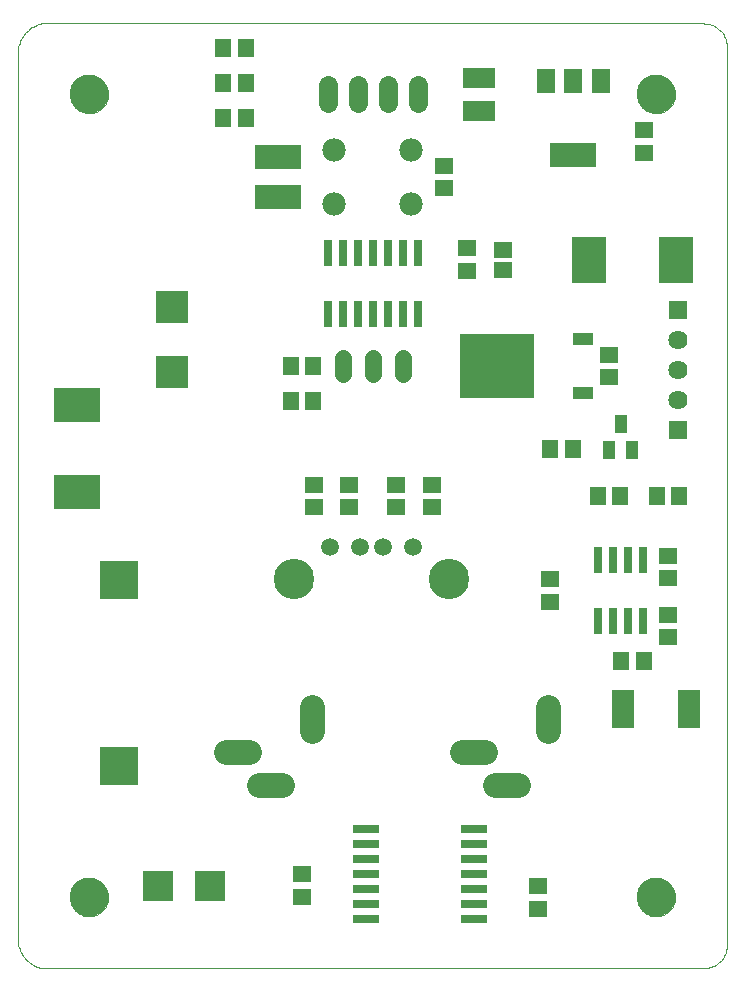
<source format=gts>
G75*
G70*
%OFA0B0*%
%FSLAX24Y24*%
%IPPOS*%
%LPD*%
%AMOC8*
5,1,8,0,0,1.08239X$1,22.5*
%
%ADD10C,0.0000*%
%ADD11C,0.0827*%
%ADD12C,0.1346*%
%ADD13C,0.0594*%
%ADD14C,0.0560*%
%ADD15R,0.0640X0.0640*%
%ADD16C,0.0640*%
%ADD17C,0.1300*%
%ADD18R,0.1103X0.1103*%
%ADD19R,0.0631X0.0552*%
%ADD20R,0.0552X0.0631*%
%ADD21C,0.0780*%
%ADD22R,0.1540X0.0800*%
%ADD23R,0.0276X0.0906*%
%ADD24R,0.0906X0.0276*%
%ADD25R,0.1300X0.1300*%
%ADD26R,0.2481X0.2166*%
%ADD27R,0.0670X0.0434*%
%ADD28R,0.0434X0.0591*%
%ADD29R,0.0749X0.1300*%
%ADD30C,0.0640*%
%ADD31R,0.0631X0.0827*%
%ADD32R,0.1536X0.0827*%
%ADD33R,0.1142X0.1536*%
%ADD34R,0.1536X0.1142*%
%ADD35R,0.1103X0.0670*%
%ADD36R,0.0985X0.0985*%
D10*
X015719Y008027D02*
X015719Y037160D01*
X015718Y037160D02*
X015708Y037220D01*
X015702Y037280D01*
X015699Y037341D01*
X015700Y037401D01*
X015704Y037462D01*
X015713Y037522D01*
X015724Y037581D01*
X015740Y037640D01*
X015759Y037698D01*
X015781Y037754D01*
X015807Y037809D01*
X015836Y037862D01*
X015868Y037914D01*
X015903Y037963D01*
X015941Y038011D01*
X015982Y038055D01*
X016025Y038098D01*
X016071Y038137D01*
X016119Y038174D01*
X016170Y038208D01*
X016222Y038238D01*
X016276Y038266D01*
X016332Y038290D01*
X016389Y038311D01*
X016447Y038328D01*
X016506Y038342D01*
X038553Y038342D01*
X038553Y038341D02*
X038607Y038339D01*
X038660Y038334D01*
X038713Y038325D01*
X038765Y038312D01*
X038817Y038296D01*
X038867Y038276D01*
X038915Y038253D01*
X038962Y038226D01*
X039007Y038197D01*
X039050Y038164D01*
X039090Y038129D01*
X039128Y038091D01*
X039163Y038051D01*
X039196Y038008D01*
X039225Y037963D01*
X039252Y037916D01*
X039275Y037868D01*
X039295Y037818D01*
X039311Y037766D01*
X039324Y037714D01*
X039333Y037661D01*
X039338Y037608D01*
X039340Y037554D01*
X039341Y037554D02*
X039341Y007633D01*
X039340Y007633D02*
X039338Y007579D01*
X039333Y007526D01*
X039324Y007473D01*
X039311Y007421D01*
X039295Y007369D01*
X039275Y007319D01*
X039252Y007271D01*
X039225Y007224D01*
X039196Y007179D01*
X039163Y007136D01*
X039128Y007096D01*
X039090Y007058D01*
X039050Y007023D01*
X039007Y006990D01*
X038962Y006961D01*
X038915Y006934D01*
X038867Y006911D01*
X038817Y006891D01*
X038765Y006875D01*
X038713Y006862D01*
X038660Y006853D01*
X038607Y006848D01*
X038553Y006846D01*
X016506Y006846D01*
X016506Y006845D02*
X016447Y006859D01*
X016389Y006876D01*
X016332Y006897D01*
X016276Y006921D01*
X016222Y006949D01*
X016170Y006979D01*
X016119Y007013D01*
X016071Y007050D01*
X016025Y007089D01*
X015982Y007132D01*
X015941Y007176D01*
X015903Y007224D01*
X015868Y007273D01*
X015836Y007325D01*
X015807Y007378D01*
X015781Y007433D01*
X015759Y007489D01*
X015740Y007547D01*
X015724Y007606D01*
X015713Y007665D01*
X015704Y007725D01*
X015700Y007786D01*
X015699Y007846D01*
X015702Y007907D01*
X015708Y007967D01*
X015718Y008027D01*
X017451Y009208D02*
X017453Y009258D01*
X017459Y009308D01*
X017469Y009357D01*
X017483Y009405D01*
X017500Y009452D01*
X017521Y009497D01*
X017546Y009541D01*
X017574Y009582D01*
X017606Y009621D01*
X017640Y009658D01*
X017677Y009692D01*
X017717Y009722D01*
X017759Y009749D01*
X017803Y009773D01*
X017849Y009794D01*
X017896Y009810D01*
X017944Y009823D01*
X017994Y009832D01*
X018043Y009837D01*
X018094Y009838D01*
X018144Y009835D01*
X018193Y009828D01*
X018242Y009817D01*
X018290Y009802D01*
X018336Y009784D01*
X018381Y009762D01*
X018424Y009736D01*
X018465Y009707D01*
X018504Y009675D01*
X018540Y009640D01*
X018572Y009602D01*
X018602Y009562D01*
X018629Y009519D01*
X018652Y009475D01*
X018671Y009429D01*
X018687Y009381D01*
X018699Y009332D01*
X018707Y009283D01*
X018711Y009233D01*
X018711Y009183D01*
X018707Y009133D01*
X018699Y009084D01*
X018687Y009035D01*
X018671Y008987D01*
X018652Y008941D01*
X018629Y008897D01*
X018602Y008854D01*
X018572Y008814D01*
X018540Y008776D01*
X018504Y008741D01*
X018465Y008709D01*
X018424Y008680D01*
X018381Y008654D01*
X018336Y008632D01*
X018290Y008614D01*
X018242Y008599D01*
X018193Y008588D01*
X018144Y008581D01*
X018094Y008578D01*
X018043Y008579D01*
X017994Y008584D01*
X017944Y008593D01*
X017896Y008606D01*
X017849Y008622D01*
X017803Y008643D01*
X017759Y008667D01*
X017717Y008694D01*
X017677Y008724D01*
X017640Y008758D01*
X017606Y008795D01*
X017574Y008834D01*
X017546Y008875D01*
X017521Y008919D01*
X017500Y008964D01*
X017483Y009011D01*
X017469Y009059D01*
X017459Y009108D01*
X017453Y009158D01*
X017451Y009208D01*
X036349Y009208D02*
X036351Y009258D01*
X036357Y009308D01*
X036367Y009357D01*
X036381Y009405D01*
X036398Y009452D01*
X036419Y009497D01*
X036444Y009541D01*
X036472Y009582D01*
X036504Y009621D01*
X036538Y009658D01*
X036575Y009692D01*
X036615Y009722D01*
X036657Y009749D01*
X036701Y009773D01*
X036747Y009794D01*
X036794Y009810D01*
X036842Y009823D01*
X036892Y009832D01*
X036941Y009837D01*
X036992Y009838D01*
X037042Y009835D01*
X037091Y009828D01*
X037140Y009817D01*
X037188Y009802D01*
X037234Y009784D01*
X037279Y009762D01*
X037322Y009736D01*
X037363Y009707D01*
X037402Y009675D01*
X037438Y009640D01*
X037470Y009602D01*
X037500Y009562D01*
X037527Y009519D01*
X037550Y009475D01*
X037569Y009429D01*
X037585Y009381D01*
X037597Y009332D01*
X037605Y009283D01*
X037609Y009233D01*
X037609Y009183D01*
X037605Y009133D01*
X037597Y009084D01*
X037585Y009035D01*
X037569Y008987D01*
X037550Y008941D01*
X037527Y008897D01*
X037500Y008854D01*
X037470Y008814D01*
X037438Y008776D01*
X037402Y008741D01*
X037363Y008709D01*
X037322Y008680D01*
X037279Y008654D01*
X037234Y008632D01*
X037188Y008614D01*
X037140Y008599D01*
X037091Y008588D01*
X037042Y008581D01*
X036992Y008578D01*
X036941Y008579D01*
X036892Y008584D01*
X036842Y008593D01*
X036794Y008606D01*
X036747Y008622D01*
X036701Y008643D01*
X036657Y008667D01*
X036615Y008694D01*
X036575Y008724D01*
X036538Y008758D01*
X036504Y008795D01*
X036472Y008834D01*
X036444Y008875D01*
X036419Y008919D01*
X036398Y008964D01*
X036381Y009011D01*
X036367Y009059D01*
X036357Y009108D01*
X036351Y009158D01*
X036349Y009208D01*
X036349Y035979D02*
X036351Y036029D01*
X036357Y036079D01*
X036367Y036128D01*
X036381Y036176D01*
X036398Y036223D01*
X036419Y036268D01*
X036444Y036312D01*
X036472Y036353D01*
X036504Y036392D01*
X036538Y036429D01*
X036575Y036463D01*
X036615Y036493D01*
X036657Y036520D01*
X036701Y036544D01*
X036747Y036565D01*
X036794Y036581D01*
X036842Y036594D01*
X036892Y036603D01*
X036941Y036608D01*
X036992Y036609D01*
X037042Y036606D01*
X037091Y036599D01*
X037140Y036588D01*
X037188Y036573D01*
X037234Y036555D01*
X037279Y036533D01*
X037322Y036507D01*
X037363Y036478D01*
X037402Y036446D01*
X037438Y036411D01*
X037470Y036373D01*
X037500Y036333D01*
X037527Y036290D01*
X037550Y036246D01*
X037569Y036200D01*
X037585Y036152D01*
X037597Y036103D01*
X037605Y036054D01*
X037609Y036004D01*
X037609Y035954D01*
X037605Y035904D01*
X037597Y035855D01*
X037585Y035806D01*
X037569Y035758D01*
X037550Y035712D01*
X037527Y035668D01*
X037500Y035625D01*
X037470Y035585D01*
X037438Y035547D01*
X037402Y035512D01*
X037363Y035480D01*
X037322Y035451D01*
X037279Y035425D01*
X037234Y035403D01*
X037188Y035385D01*
X037140Y035370D01*
X037091Y035359D01*
X037042Y035352D01*
X036992Y035349D01*
X036941Y035350D01*
X036892Y035355D01*
X036842Y035364D01*
X036794Y035377D01*
X036747Y035393D01*
X036701Y035414D01*
X036657Y035438D01*
X036615Y035465D01*
X036575Y035495D01*
X036538Y035529D01*
X036504Y035566D01*
X036472Y035605D01*
X036444Y035646D01*
X036419Y035690D01*
X036398Y035735D01*
X036381Y035782D01*
X036367Y035830D01*
X036357Y035879D01*
X036351Y035929D01*
X036349Y035979D01*
X017451Y035979D02*
X017453Y036029D01*
X017459Y036079D01*
X017469Y036128D01*
X017483Y036176D01*
X017500Y036223D01*
X017521Y036268D01*
X017546Y036312D01*
X017574Y036353D01*
X017606Y036392D01*
X017640Y036429D01*
X017677Y036463D01*
X017717Y036493D01*
X017759Y036520D01*
X017803Y036544D01*
X017849Y036565D01*
X017896Y036581D01*
X017944Y036594D01*
X017994Y036603D01*
X018043Y036608D01*
X018094Y036609D01*
X018144Y036606D01*
X018193Y036599D01*
X018242Y036588D01*
X018290Y036573D01*
X018336Y036555D01*
X018381Y036533D01*
X018424Y036507D01*
X018465Y036478D01*
X018504Y036446D01*
X018540Y036411D01*
X018572Y036373D01*
X018602Y036333D01*
X018629Y036290D01*
X018652Y036246D01*
X018671Y036200D01*
X018687Y036152D01*
X018699Y036103D01*
X018707Y036054D01*
X018711Y036004D01*
X018711Y035954D01*
X018707Y035904D01*
X018699Y035855D01*
X018687Y035806D01*
X018671Y035758D01*
X018652Y035712D01*
X018629Y035668D01*
X018602Y035625D01*
X018572Y035585D01*
X018540Y035547D01*
X018504Y035512D01*
X018465Y035480D01*
X018424Y035451D01*
X018381Y035425D01*
X018336Y035403D01*
X018290Y035385D01*
X018242Y035370D01*
X018193Y035359D01*
X018144Y035352D01*
X018094Y035349D01*
X018043Y035350D01*
X017994Y035355D01*
X017944Y035364D01*
X017896Y035377D01*
X017849Y035393D01*
X017803Y035414D01*
X017759Y035438D01*
X017717Y035465D01*
X017677Y035495D01*
X017640Y035529D01*
X017606Y035566D01*
X017574Y035605D01*
X017546Y035646D01*
X017521Y035690D01*
X017500Y035735D01*
X017483Y035782D01*
X017469Y035830D01*
X017459Y035879D01*
X017453Y035929D01*
X017451Y035979D01*
D11*
X025500Y015558D02*
X025500Y014771D01*
X024516Y012960D02*
X023729Y012960D01*
X023414Y014062D02*
X022626Y014062D01*
X030500Y014062D02*
X031288Y014062D01*
X031603Y012960D02*
X032390Y012960D01*
X033374Y014771D02*
X033374Y015558D01*
D12*
X030077Y019834D03*
X024904Y019834D03*
D13*
X026112Y020901D03*
X027097Y020901D03*
X027884Y020901D03*
X028868Y020901D03*
D14*
X028530Y026664D02*
X028530Y027184D01*
X027530Y027184D02*
X027530Y026664D01*
X026530Y026664D02*
X026530Y027184D01*
D15*
X037715Y028790D03*
X037715Y024790D03*
D16*
X037715Y025790D03*
X037715Y026790D03*
X037715Y027790D03*
D17*
X036979Y035979D03*
X018081Y035979D03*
X018081Y009208D03*
X036979Y009208D03*
D18*
X020837Y026727D03*
X020837Y028893D03*
D19*
X025561Y022968D03*
X025561Y022220D03*
X026742Y022220D03*
X026742Y022968D03*
X028317Y022968D03*
X028317Y022220D03*
X029498Y022220D03*
X029498Y022968D03*
X033435Y019818D03*
X033435Y019070D03*
X037372Y018637D03*
X037372Y017889D03*
X037372Y019857D03*
X037372Y020605D03*
X035404Y026550D03*
X035404Y027298D03*
X031860Y030133D03*
X031860Y030802D03*
X030679Y030842D03*
X030679Y030094D03*
X029892Y032849D03*
X029892Y033598D03*
X036585Y034031D03*
X036585Y034779D03*
X033042Y009582D03*
X033042Y008834D03*
X025168Y009227D03*
X025168Y009975D03*
D20*
X035817Y017082D03*
X036565Y017082D03*
X036998Y022594D03*
X037746Y022594D03*
X035778Y022594D03*
X035030Y022594D03*
X034203Y024168D03*
X033455Y024168D03*
X025542Y025743D03*
X024794Y025743D03*
X024794Y026924D03*
X025542Y026924D03*
X023298Y035192D03*
X022549Y035192D03*
X022549Y036373D03*
X023298Y036373D03*
X023298Y037515D03*
X022549Y037515D03*
D21*
X026250Y034113D03*
X026250Y032333D03*
X028810Y032333D03*
X028810Y034113D03*
D22*
X024380Y033893D03*
X024380Y032554D03*
D23*
X026030Y030704D03*
X026530Y030704D03*
X027030Y030704D03*
X027530Y030704D03*
X028030Y030704D03*
X028530Y030704D03*
X029030Y030704D03*
X029030Y028657D03*
X028530Y028657D03*
X028030Y028657D03*
X027530Y028657D03*
X027030Y028657D03*
X026530Y028657D03*
X026030Y028657D03*
X035048Y020468D03*
X035548Y020468D03*
X036048Y020468D03*
X036548Y020468D03*
X036548Y018420D03*
X036048Y018420D03*
X035548Y018420D03*
X035048Y018420D03*
D24*
X030916Y011495D03*
X030916Y010995D03*
X030916Y010495D03*
X030916Y009995D03*
X030916Y009495D03*
X030916Y008995D03*
X030916Y008495D03*
X027294Y008495D03*
X027294Y008995D03*
X027294Y009495D03*
X027294Y009995D03*
X027294Y010495D03*
X027294Y010995D03*
X027294Y011495D03*
D25*
X019065Y013578D03*
X019065Y019798D03*
D26*
X031664Y026924D03*
D27*
X034538Y026027D03*
X034538Y027822D03*
D28*
X035798Y024995D03*
X036172Y024129D03*
X035423Y024129D03*
D29*
X035876Y015507D03*
X038081Y015507D03*
D30*
X029030Y035679D02*
X029030Y036279D01*
X028030Y036279D02*
X028030Y035679D01*
X027030Y035679D02*
X027030Y036279D01*
X026030Y036279D02*
X026030Y035679D01*
D31*
X033317Y036432D03*
X034223Y036432D03*
X035128Y036432D03*
D32*
X034223Y033952D03*
D33*
X034735Y030468D03*
X037648Y030468D03*
D34*
X017687Y025625D03*
X017687Y022712D03*
D35*
X031073Y035428D03*
X031073Y036531D03*
D36*
X022097Y009601D03*
X020364Y009601D03*
M02*

</source>
